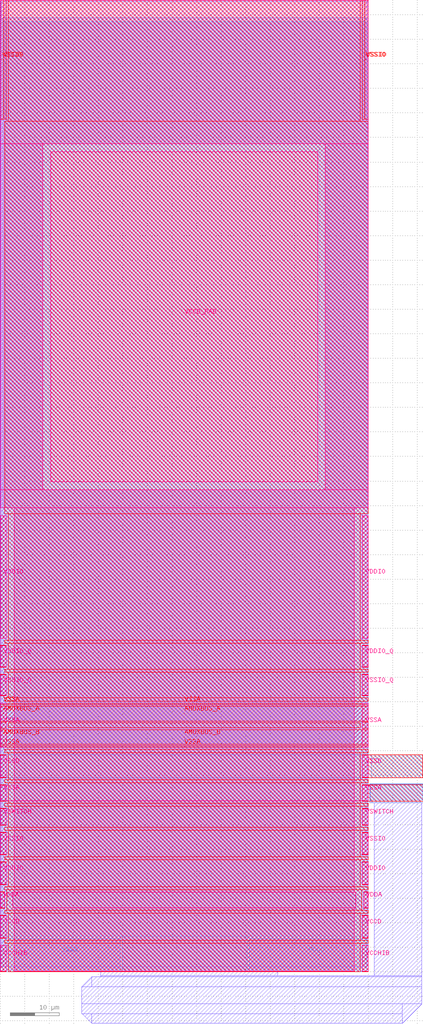
<source format=lef>
VERSION 5.7 ;
  NOWIREEXTENSIONATPIN ON ;
  DIVIDERCHAR "/" ;
  BUSBITCHARS "[]" ;
MACRO sky130_ef_io__vccd_lvc_clamped_pad
  CLASS PAD POWER ;
  FOREIGN sky130_ef_io__vccd_lvc_clamped_pad ;
  ORIGIN 0.000 0.000 ;
  SIZE 75.000 BY 197.965 ;
  PIN AMUXBUS_A
    DIRECTION INOUT ;
    USE SIGNAL ;
    PORT
      LAYER met4 ;
        RECT 0.000 51.090 75.000 54.070 ;
    END
    PORT
      LAYER met4 ;
        RECT 0.000 51.090 1.270 54.070 ;
    END
  END AMUXBUS_A
  PIN AMUXBUS_B
    DIRECTION INOUT ;
    USE SIGNAL ;
    PORT
      LAYER met4 ;
        RECT 0.000 46.330 75.000 49.310 ;
    END
    PORT
      LAYER met4 ;
        RECT 0.000 46.330 1.270 49.310 ;
    END
  END AMUXBUS_B
  PIN VCCD_PAD
    DIRECTION INOUT ;
    USE POWER ;
    PORT
      LAYER met5 ;
        RECT 10.270 99.865 64.670 167.130 ;
    END
  END VCCD_PAD
  PIN VSSA
    DIRECTION INOUT ;
    USE GROUND ;
    PORT
      LAYER met5 ;
        RECT 73.730 45.700 75.000 54.700 ;
    END
    PORT
      LAYER met5 ;
        RECT 73.730 34.805 75.000 38.050 ;
    END
    PORT
      LAYER met5 ;
        RECT 0.000 45.700 1.270 54.700 ;
    END
    PORT
      LAYER met5 ;
        RECT 0.000 34.805 1.270 38.050 ;
    END
    PORT
      LAYER met4 ;
        RECT 73.730 49.610 75.000 50.790 ;
    END
    PORT
      LAYER met4 ;
        RECT 0.000 54.370 75.000 54.700 ;
    END
    PORT
      LAYER met4 ;
        RECT 0.000 45.700 75.000 46.030 ;
    END
    PORT
      LAYER met4 ;
        RECT 73.730 34.700 75.000 38.150 ;
    END
    PORT
      LAYER met4 ;
        RECT 0.000 45.700 1.270 46.030 ;
    END
    PORT
      LAYER met4 ;
        RECT 0.000 49.610 1.270 50.790 ;
    END
    PORT
      LAYER met4 ;
        RECT 0.000 54.370 1.270 54.700 ;
    END
    PORT
      LAYER met4 ;
        RECT 0.000 34.700 1.270 38.150 ;
    END
  END VSSA
  PIN VDDA
    DIRECTION INOUT ;
    USE POWER ;
    PORT
      LAYER met5 ;
        RECT 74.035 13.000 75.000 16.250 ;
    END
    PORT
      LAYER met5 ;
        RECT 0.000 13.000 0.965 16.250 ;
    END
    PORT
      LAYER met4 ;
        RECT 74.035 12.900 75.000 16.350 ;
    END
    PORT
      LAYER met4 ;
        RECT 0.000 12.900 0.965 16.350 ;
    END
  END VDDA
  PIN VSWITCH
    DIRECTION INOUT ;
    USE POWER ;
    PORT
      LAYER met5 ;
        RECT 73.730 29.950 75.000 33.200 ;
    END
    PORT
      LAYER met5 ;
        RECT 0.000 29.950 1.270 33.200 ;
    END
    PORT
      LAYER met4 ;
        RECT 73.730 29.850 75.000 33.300 ;
    END
    PORT
      LAYER met4 ;
        RECT 0.000 29.850 1.270 33.300 ;
    END
  END VSWITCH
  PIN VDDIO_Q
    DIRECTION INOUT ;
    USE POWER ;
    PORT
      LAYER met5 ;
        RECT 73.730 62.150 75.000 66.400 ;
    END
    PORT
      LAYER met5 ;
        RECT 0.000 62.150 1.270 66.400 ;
    END
    PORT
      LAYER met4 ;
        RECT 73.730 62.050 75.000 66.500 ;
    END
    PORT
      LAYER met4 ;
        RECT 0.000 62.050 1.270 66.500 ;
    END
  END VDDIO_Q
  PIN VCCHIB
    DIRECTION INOUT ;
    USE POWER ;
    PORT
      LAYER met5 ;
        RECT 73.730 0.100 75.000 5.350 ;
    END
    PORT
      LAYER met5 ;
        RECT 0.000 0.100 1.270 5.350 ;
    END
    PORT
      LAYER met4 ;
        RECT 73.730 0.000 75.000 5.450 ;
    END
    PORT
      LAYER met4 ;
        RECT 0.000 0.000 1.270 5.450 ;
    END
  END VCCHIB
  PIN VDDIO
    DIRECTION INOUT ;
    USE POWER ;
    PORT
      LAYER met5 ;
        RECT 73.730 68.000 75.000 92.950 ;
    END
    PORT
      LAYER met5 ;
        RECT 73.730 17.850 75.000 22.300 ;
    END
    PORT
      LAYER met5 ;
        RECT 0.000 68.000 1.270 92.950 ;
    END
    PORT
      LAYER met5 ;
        RECT 0.000 17.850 1.270 22.300 ;
    END
    PORT
      LAYER met4 ;
        RECT 73.730 17.750 75.000 22.400 ;
    END
    PORT
      LAYER met4 ;
        RECT 73.730 68.000 75.000 92.965 ;
    END
    PORT
      LAYER met4 ;
        RECT 0.000 17.750 1.270 22.400 ;
    END
    PORT
      LAYER met4 ;
        RECT 0.000 68.000 1.270 92.965 ;
    END
  END VDDIO
  PIN VCCD
    DIRECTION INOUT ;
    USE POWER ;
    PORT
      LAYER met3 ;
        RECT 50.755 -0.035 74.700 6.865 ;
    END
    PORT
      LAYER met3 ;
        RECT 0.500 -0.035 24.500 6.865 ;
    END
    PORT
      LAYER met5 ;
        RECT 73.730 6.950 75.000 11.400 ;
    END
    PORT
      LAYER met5 ;
        RECT 0.000 6.950 1.270 11.400 ;
    END
    PORT
      LAYER met4 ;
        RECT 73.730 6.850 75.000 11.500 ;
    END
    PORT
      LAYER met4 ;
        RECT 0.000 6.850 1.270 11.500 ;
    END
  END VCCD
  PIN VSSIO
    DIRECTION INOUT ;
    USE GROUND ;
    PORT
      LAYER met4 ;
        RECT 74.225 173.750 75.000 197.965 ;
    END
    PORT
      LAYER met4 ;
        RECT 0.000 173.750 0.705 197.965 ;
    END
    PORT
      LAYER met5 ;
        RECT 73.730 23.900 75.000 28.350 ;
    END
    PORT
      LAYER met5 ;
        RECT 0.000 23.900 1.270 28.350 ;
    END
    PORT
      LAYER met4 ;
        RECT 73.730 23.800 75.000 28.450 ;
    END
    PORT
      LAYER met4 ;
        RECT 73.730 173.750 75.000 197.965 ;
    END
    PORT
      LAYER met4 ;
        RECT 0.000 173.750 1.270 197.965 ;
    END
    PORT
      LAYER met4 ;
        RECT 0.000 23.800 1.270 28.450 ;
    END
  END VSSIO
  PIN VSSD
    DIRECTION INOUT ;
    USE GROUND ;
    PORT
      LAYER met5 ;
        RECT 73.730 39.650 75.000 44.100 ;
    END
    PORT
      LAYER met5 ;
        RECT 0.000 39.650 1.270 44.100 ;
    END
    PORT
      LAYER met4 ;
        RECT 73.730 39.550 75.000 44.200 ;
    END
    PORT
      LAYER met4 ;
        RECT 0.000 39.550 1.270 44.200 ;
    END
  END VSSD
  PIN VSSIO_Q
    DIRECTION INOUT ;
    USE GROUND ;
    PORT
      LAYER met5 ;
        RECT 73.730 56.300 75.000 60.550 ;
    END
    PORT
      LAYER met5 ;
        RECT 0.000 56.300 1.270 60.550 ;
    END
    PORT
      LAYER met4 ;
        RECT 73.730 56.200 75.000 60.650 ;
    END
    PORT
      LAYER met4 ;
        RECT 0.000 56.200 1.270 60.650 ;
    END
  END VSSIO_Q
  OBS
      LAYER li1 ;
        RECT 0.240 0.985 74.755 197.745 ;
      LAYER met1 ;
        RECT 0.120 0.000 75.000 197.805 ;
        RECT 75.245 34.455 86.195 38.325 ;
        RECT 16.655 -0.035 56.565 0.000 ;
        RECT 20.495 -0.815 56.565 -0.035 ;
        RECT 76.200 -0.815 85.935 34.455 ;
        RECT 20.495 -1.015 85.935 -0.815 ;
        POLYGON 18.655 -1.015 18.655 -3.015 16.655 -3.015 ;
        RECT 18.655 -3.015 85.935 -1.015 ;
        RECT 16.655 -6.535 85.935 -3.015 ;
        RECT 16.655 -8.535 81.935 -6.535 ;
        POLYGON 16.655 -8.535 18.655 -8.535 18.655 -10.535 ;
        RECT 18.655 -10.535 81.935 -8.535 ;
        POLYGON 81.935 -6.535 85.935 -6.535 81.935 -10.535 ;
      LAYER met2 ;
        RECT 0.490 44.200 75.000 194.395 ;
        RECT 0.490 39.550 86.140 44.200 ;
        RECT 0.490 0.000 75.000 39.550 ;
        RECT 75.245 34.455 86.195 38.325 ;
        RECT 0.500 -0.035 20.495 0.000 ;
        RECT 20.925 -0.035 53.535 0.000 ;
        RECT 54.095 -0.035 74.700 0.000 ;
      LAYER met3 ;
        RECT 0.490 7.265 75.000 193.570 ;
        RECT 75.605 39.550 86.140 44.200 ;
        RECT 75.440 34.695 86.140 38.160 ;
        RECT 24.900 0.000 50.355 7.265 ;
        RECT 26.000 -0.035 36.880 0.000 ;
        RECT 38.380 -0.035 49.255 0.000 ;
      LAYER met4 ;
        RECT 1.670 173.350 73.330 197.965 ;
        RECT 0.965 93.365 75.000 173.350 ;
        RECT 1.670 67.600 73.330 93.365 ;
        RECT 0.965 66.900 75.000 67.600 ;
        RECT 1.670 61.650 73.330 66.900 ;
        RECT 0.965 61.050 75.000 61.650 ;
        RECT 1.670 55.800 73.330 61.050 ;
        RECT 0.965 55.100 75.000 55.800 ;
        RECT 1.670 49.710 73.330 50.690 ;
        RECT 0.965 44.600 75.000 45.300 ;
        RECT 1.670 39.150 73.330 44.600 ;
        RECT 75.000 39.550 86.140 44.200 ;
        RECT 0.965 38.550 75.000 39.150 ;
        RECT 1.670 34.300 73.330 38.550 ;
        RECT 75.000 34.700 86.165 38.150 ;
        RECT 0.965 33.700 75.000 34.300 ;
        RECT 1.670 29.450 73.330 33.700 ;
        RECT 0.965 28.850 75.000 29.450 ;
        RECT 1.670 23.400 73.330 28.850 ;
        RECT 0.965 22.800 75.000 23.400 ;
        RECT 1.670 17.350 73.330 22.800 ;
        RECT 0.965 16.750 75.000 17.350 ;
        RECT 1.365 12.500 73.635 16.750 ;
        RECT 0.965 11.900 75.000 12.500 ;
        RECT 1.670 6.450 73.330 11.900 ;
        RECT 0.965 5.850 75.000 6.450 ;
        RECT 1.670 0.000 73.330 5.850 ;
      LAYER met5 ;
        RECT 0.000 168.730 75.000 197.965 ;
        RECT 0.000 98.265 8.670 168.730 ;
        RECT 66.270 98.265 75.000 168.730 ;
        RECT 0.000 94.550 75.000 98.265 ;
        RECT 2.870 34.805 72.130 94.550 ;
        RECT 0.000 34.800 75.000 34.805 ;
        RECT 2.870 16.250 72.130 34.800 ;
        RECT 2.565 13.000 72.435 16.250 ;
        RECT 2.870 0.100 72.130 13.000 ;
  END
END sky130_ef_io__vccd_lvc_clamped_pad
END LIBRARY


</source>
